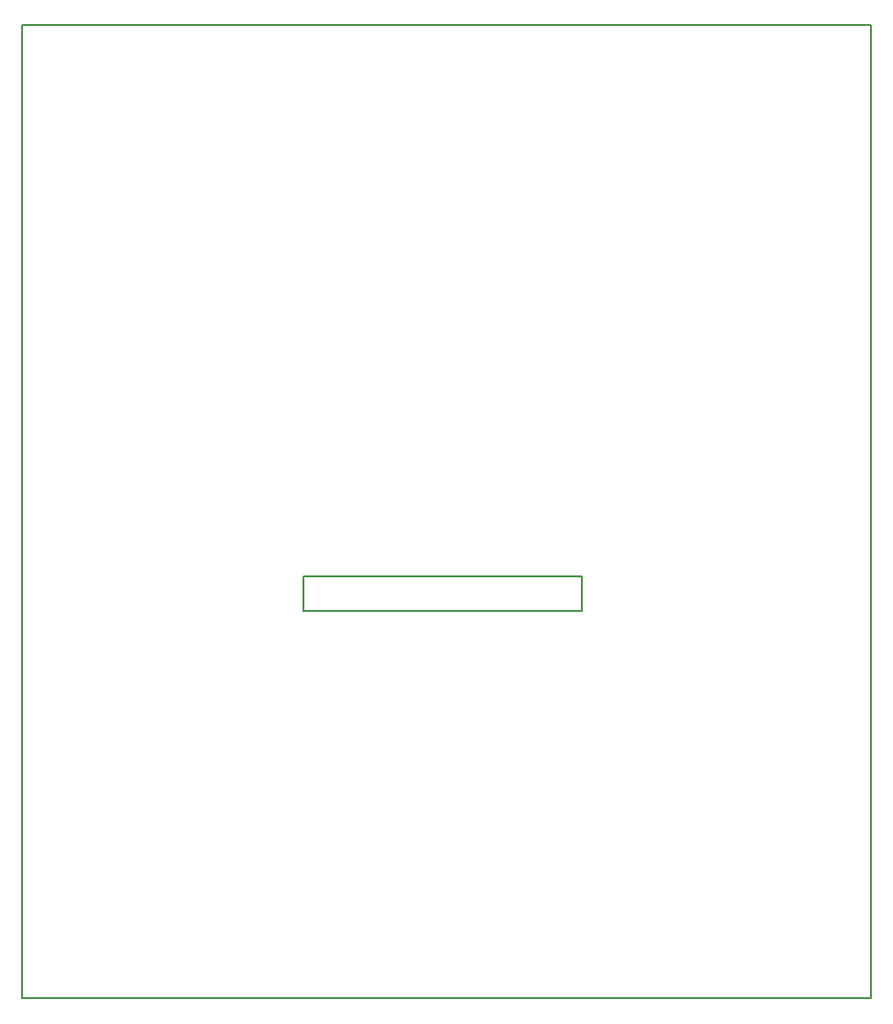
<source format=gbr>
%TF.GenerationSoftware,KiCad,Pcbnew,(5.1.9-0-10_14)*%
%TF.CreationDate,2021-05-05T21:44:08+02:00*%
%TF.ProjectId,mfm-v3-smd,6d666d2d-7633-42d7-936d-642e6b696361,rev?*%
%TF.SameCoordinates,Original*%
%TF.FileFunction,Profile,NP*%
%FSLAX46Y46*%
G04 Gerber Fmt 4.6, Leading zero omitted, Abs format (unit mm)*
G04 Created by KiCad (PCBNEW (5.1.9-0-10_14)) date 2021-05-05 21:44:08*
%MOMM*%
%LPD*%
G01*
G04 APERTURE LIST*
%TA.AperFunction,Profile*%
%ADD10C,0.200000*%
%TD*%
G04 APERTURE END LIST*
D10*
X18471419Y-164846000D02*
X18471419Y-79048619D01*
X43276000Y-130651000D02*
X54813200Y-130651000D01*
X43276000Y-127651000D02*
X43276000Y-130651000D01*
X67826000Y-127651000D02*
X43276000Y-127651000D01*
X67826000Y-130651000D02*
X67826000Y-127651000D01*
X54813200Y-130651000D02*
X67826000Y-130651000D01*
X93268800Y-79048619D02*
X93268800Y-164846000D01*
X18471419Y-79048619D02*
X93268800Y-79048619D01*
X93268800Y-164846000D02*
X18471419Y-164846000D01*
M02*

</source>
